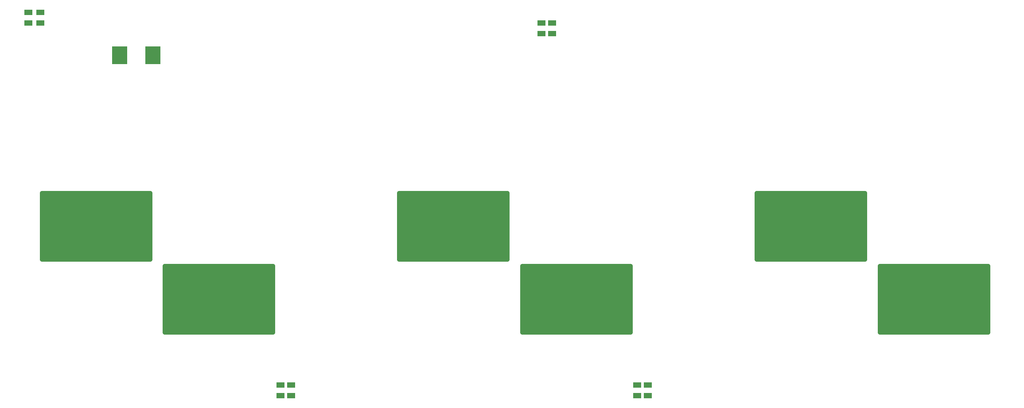
<source format=gbp>
G04 Layer_Color=128*
%FSLAX44Y44*%
%MOMM*%
G71*
G01*
G75*
G04:AMPARAMS|DCode=10|XSize=21.5mm|YSize=13.5mm|CornerRadius=0.3375mm|HoleSize=0mm|Usage=FLASHONLY|Rotation=180.000|XOffset=0mm|YOffset=0mm|HoleType=Round|Shape=RoundedRectangle|*
%AMROUNDEDRECTD10*
21,1,21.5000,12.8250,0,0,180.0*
21,1,20.8250,13.5000,0,0,180.0*
1,1,0.6750,-10.4125,6.4125*
1,1,0.6750,10.4125,6.4125*
1,1,0.6750,10.4125,-6.4125*
1,1,0.6750,-10.4125,-6.4125*
%
%ADD10ROUNDEDRECTD10*%
%ADD12R,1.5200X1.1000*%
%ADD33R,3.0000X3.5000*%
D10*
X1815833Y315290D02*
D03*
X1132572D02*
D03*
X449183D02*
D03*
X1580623Y454990D02*
D03*
X897303D02*
D03*
X214233D02*
D03*
D12*
X1268730Y130970D02*
D03*
Y150970D02*
D03*
X1248410Y130970D02*
D03*
Y150970D02*
D03*
X1065530Y824390D02*
D03*
Y844390D02*
D03*
X1085850Y824390D02*
D03*
Y844390D02*
D03*
X586740Y130970D02*
D03*
Y150970D02*
D03*
X566420Y130970D02*
D03*
Y150970D02*
D03*
X107950Y864710D02*
D03*
Y844710D02*
D03*
X85090Y864710D02*
D03*
Y844710D02*
D03*
D33*
X259080Y782320D02*
D03*
X323080D02*
D03*
M02*

</source>
